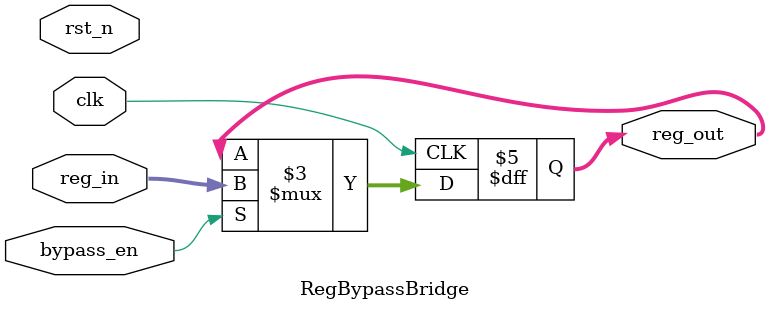
<source format=sv>
module RegBypassBridge #(
    parameter WIDTH = 32
)(
    input clk, rst_n,
    input [WIDTH-1:0] reg_in,
    output reg [WIDTH-1:0] reg_out,
    input bypass_en
);
    always @(posedge clk) begin
        if (bypass_en) 
            reg_out <= reg_in;
        else 
            reg_out <= reg_out;
    end
endmodule
</source>
